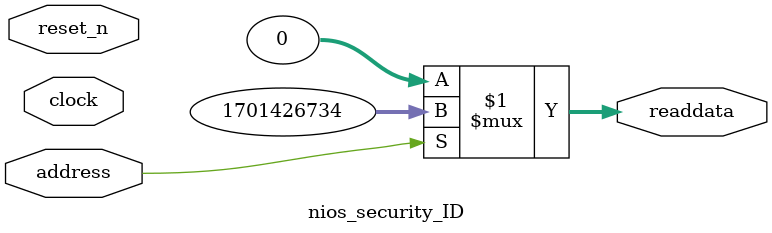
<source format=v>



// synthesis translate_off
`timescale 1ns / 1ps
// synthesis translate_on

// turn off superfluous verilog processor warnings 
// altera message_level Level1 
// altera message_off 10034 10035 10036 10037 10230 10240 10030 

module nios_security_ID (
               // inputs:
                address,
                clock,
                reset_n,

               // outputs:
                readdata
             )
;

  output  [ 31: 0] readdata;
  input            address;
  input            clock;
  input            reset_n;

  wire    [ 31: 0] readdata;
  //control_slave, which is an e_avalon_slave
  assign readdata = address ? 1701426734 : 0;

endmodule



</source>
